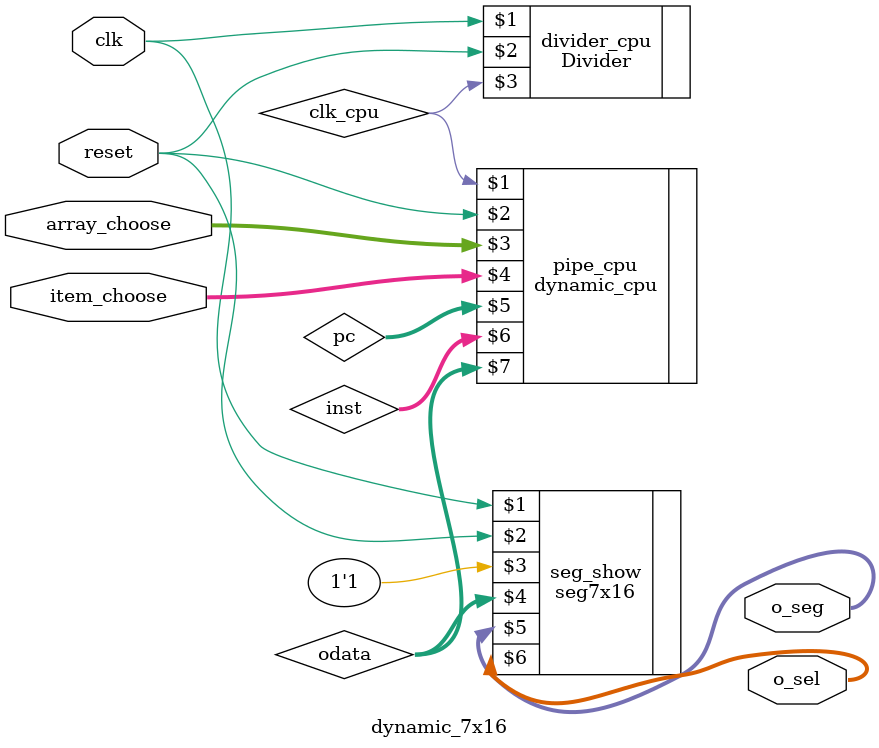
<source format=v>
`timescale 1ns / 1ps


module dynamic_7x16(
    input clk,
    input reset,
    input [1:0] array_choose,
    input [5:0] item_choose,
    output [7:0] o_seg,//显示数字
	output [7:0] o_sel//选择数码管
    );
    wire clk_cpu;
    wire [31:0] pc;
    wire [31:0] inst;
    wire [31:0] odata;
    Divider #(4) divider_cpu(clk,reset,clk_cpu);
    dynamic_cpu pipe_cpu(clk_cpu,reset,array_choose,item_choose,pc,inst,odata);
    seg7x16 seg_show(clk,reset,1'b1,odata,o_seg,o_sel);
endmodule

</source>
